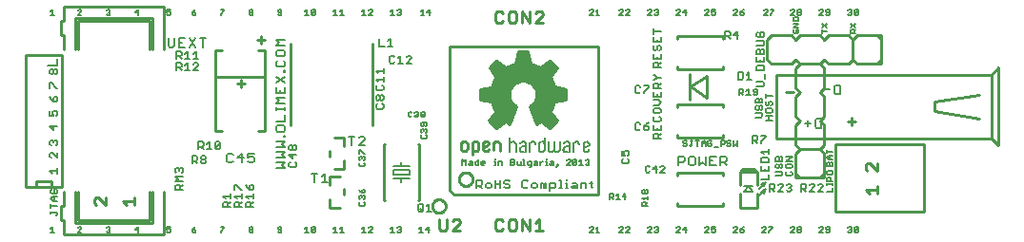
<source format=gbr>
G75*
G70*
%OFA0B0*%
%FSLAX24Y24*%
%IPPOS*%
%LPD*%
%AMOC8*
5,1,8,0,0,1.08239X$1,22.5*
%
%ADD10C,0.0050*%
%ADD11C,0.0100*%
%ADD12C,0.0060*%
%ADD13C,0.0080*%
%ADD14C,0.0070*%
D10*
X007083Y009297D02*
X007210Y009297D01*
X007146Y009297D02*
X007146Y009487D01*
X007083Y009424D01*
X008033Y009455D02*
X008065Y009487D01*
X008128Y009487D01*
X008160Y009455D01*
X008160Y009424D01*
X008033Y009297D01*
X008160Y009297D01*
X009033Y009329D02*
X009065Y009297D01*
X009128Y009297D01*
X009160Y009329D01*
X009160Y009360D01*
X009128Y009392D01*
X009096Y009392D01*
X009128Y009392D02*
X009160Y009424D01*
X009160Y009455D01*
X009128Y009487D01*
X009065Y009487D01*
X009033Y009455D01*
X010033Y009392D02*
X010160Y009392D01*
X010128Y009297D02*
X010128Y009487D01*
X010033Y009392D01*
X011143Y009392D02*
X011206Y009424D01*
X011238Y009424D01*
X011270Y009392D01*
X011270Y009329D01*
X011238Y009297D01*
X011175Y009297D01*
X011143Y009329D01*
X011143Y009392D02*
X011143Y009487D01*
X011270Y009487D01*
X012033Y009392D02*
X012033Y009329D01*
X012065Y009297D01*
X012128Y009297D01*
X012160Y009329D01*
X012160Y009360D01*
X012128Y009392D01*
X012033Y009392D01*
X012096Y009455D01*
X012160Y009487D01*
X013033Y009487D02*
X013160Y009487D01*
X013160Y009455D01*
X013033Y009329D01*
X013033Y009297D01*
X014033Y009329D02*
X014033Y009360D01*
X014065Y009392D01*
X014128Y009392D01*
X014160Y009360D01*
X014160Y009329D01*
X014128Y009297D01*
X014065Y009297D01*
X014033Y009329D01*
X014065Y009392D02*
X014033Y009424D01*
X014033Y009455D01*
X014065Y009487D01*
X014128Y009487D01*
X014160Y009455D01*
X014160Y009424D01*
X014128Y009392D01*
X015033Y009424D02*
X015065Y009392D01*
X015160Y009392D01*
X015160Y009455D02*
X015128Y009487D01*
X015065Y009487D01*
X015033Y009455D01*
X015033Y009424D01*
X015033Y009329D02*
X015065Y009297D01*
X015128Y009297D01*
X015160Y009329D01*
X015160Y009455D01*
X015983Y009424D02*
X016046Y009487D01*
X016046Y009297D01*
X015983Y009297D02*
X016110Y009297D01*
X016204Y009329D02*
X016331Y009455D01*
X016331Y009329D01*
X016299Y009297D01*
X016236Y009297D01*
X016204Y009329D01*
X016204Y009455D01*
X016236Y009487D01*
X016299Y009487D01*
X016331Y009455D01*
X016983Y009424D02*
X017046Y009487D01*
X017046Y009297D01*
X016983Y009297D02*
X017110Y009297D01*
X017204Y009297D02*
X017331Y009297D01*
X017267Y009297D02*
X017267Y009487D01*
X017204Y009424D01*
X017983Y009424D02*
X018046Y009487D01*
X018046Y009297D01*
X017983Y009297D02*
X018110Y009297D01*
X018204Y009297D02*
X018331Y009424D01*
X018331Y009455D01*
X018299Y009487D01*
X018236Y009487D01*
X018204Y009455D01*
X018204Y009297D02*
X018331Y009297D01*
X018983Y009297D02*
X019110Y009297D01*
X019046Y009297D02*
X019046Y009487D01*
X018983Y009424D01*
X019204Y009455D02*
X019236Y009487D01*
X019299Y009487D01*
X019331Y009455D01*
X019331Y009424D01*
X019299Y009392D01*
X019331Y009360D01*
X019331Y009329D01*
X019299Y009297D01*
X019236Y009297D01*
X019204Y009329D01*
X019267Y009392D02*
X019299Y009392D01*
X019983Y009424D02*
X020046Y009487D01*
X020046Y009297D01*
X019983Y009297D02*
X020110Y009297D01*
X020204Y009392D02*
X020331Y009392D01*
X020299Y009297D02*
X020299Y009487D01*
X020204Y009392D01*
X018083Y010259D02*
X018083Y010322D01*
X018051Y010354D01*
X018051Y010448D02*
X018083Y010480D01*
X018083Y010543D01*
X018051Y010575D01*
X018020Y010575D01*
X017988Y010543D01*
X017988Y010511D01*
X017988Y010543D02*
X017956Y010575D01*
X017925Y010575D01*
X017893Y010543D01*
X017893Y010480D01*
X017925Y010448D01*
X017925Y010354D02*
X017893Y010322D01*
X017893Y010259D01*
X017925Y010227D01*
X018051Y010227D01*
X018083Y010259D01*
X018051Y010669D02*
X018083Y010701D01*
X018083Y010764D01*
X018051Y010796D01*
X018020Y010796D01*
X017988Y010764D01*
X017988Y010669D01*
X018051Y010669D01*
X017988Y010669D02*
X017925Y010732D01*
X017893Y010796D01*
X017925Y011602D02*
X018051Y011602D01*
X018083Y011634D01*
X018083Y011697D01*
X018051Y011729D01*
X018051Y011823D02*
X018083Y011855D01*
X018083Y011918D01*
X018051Y011950D01*
X018020Y011950D01*
X017988Y011918D01*
X017988Y011886D01*
X017988Y011918D02*
X017956Y011950D01*
X017925Y011950D01*
X017893Y011918D01*
X017893Y011855D01*
X017925Y011823D01*
X017925Y011729D02*
X017893Y011697D01*
X017893Y011634D01*
X017925Y011602D01*
X017893Y012044D02*
X017893Y012171D01*
X017925Y012171D01*
X018051Y012044D01*
X018083Y012044D01*
X020043Y012609D02*
X020075Y012577D01*
X020201Y012577D01*
X020233Y012609D01*
X020233Y012672D01*
X020201Y012704D01*
X020201Y012798D02*
X020233Y012830D01*
X020233Y012893D01*
X020201Y012925D01*
X020170Y012925D01*
X020138Y012893D01*
X020138Y012861D01*
X020138Y012893D02*
X020106Y012925D01*
X020075Y012925D01*
X020043Y012893D01*
X020043Y012830D01*
X020075Y012798D01*
X020075Y012704D02*
X020043Y012672D01*
X020043Y012609D01*
X020075Y013019D02*
X020106Y013019D01*
X020138Y013051D01*
X020138Y013146D01*
X020075Y013146D02*
X020043Y013114D01*
X020043Y013051D01*
X020075Y013019D01*
X020201Y013019D02*
X020233Y013051D01*
X020233Y013114D01*
X020201Y013146D01*
X020075Y013146D01*
X020069Y013336D02*
X020038Y013367D01*
X020038Y013399D01*
X020069Y013431D01*
X020133Y013431D01*
X020164Y013399D01*
X020164Y013367D01*
X020133Y013336D01*
X020069Y013336D01*
X020069Y013431D02*
X020038Y013463D01*
X020038Y013494D01*
X020069Y013526D01*
X020133Y013526D01*
X020164Y013494D01*
X020164Y013463D01*
X020133Y013431D01*
X019943Y013463D02*
X019912Y013431D01*
X019943Y013399D01*
X019943Y013367D01*
X019912Y013336D01*
X019848Y013336D01*
X019817Y013367D01*
X019880Y013431D02*
X019912Y013431D01*
X019943Y013463D02*
X019943Y013494D01*
X019912Y013526D01*
X019848Y013526D01*
X019817Y013494D01*
X019722Y013494D02*
X019691Y013526D01*
X019627Y013526D01*
X019596Y013494D01*
X019596Y013367D01*
X019627Y013336D01*
X019691Y013336D01*
X019722Y013367D01*
X021490Y011852D02*
X021554Y011788D01*
X021617Y011852D01*
X021617Y011662D01*
X021711Y011693D02*
X021743Y011662D01*
X021838Y011662D01*
X021838Y011757D01*
X021806Y011788D01*
X021743Y011788D01*
X021743Y011725D02*
X021838Y011725D01*
X021743Y011725D02*
X021711Y011693D01*
X021932Y011693D02*
X021932Y011757D01*
X021964Y011788D01*
X022059Y011788D01*
X022059Y011852D02*
X022059Y011662D01*
X021964Y011662D01*
X021932Y011693D01*
X022153Y011693D02*
X022185Y011662D01*
X022248Y011662D01*
X022280Y011725D02*
X022153Y011725D01*
X022153Y011757D02*
X022185Y011788D01*
X022248Y011788D01*
X022280Y011757D01*
X022280Y011725D01*
X022153Y011693D02*
X022153Y011757D01*
X022595Y011788D02*
X022627Y011788D01*
X022627Y011662D01*
X022595Y011662D02*
X022659Y011662D01*
X022742Y011662D02*
X022742Y011788D01*
X022838Y011788D01*
X022869Y011757D01*
X022869Y011662D01*
X022627Y011852D02*
X022627Y011883D01*
X023184Y011852D02*
X023184Y011662D01*
X023279Y011662D01*
X023311Y011693D01*
X023311Y011725D01*
X023279Y011757D01*
X023184Y011757D01*
X023184Y011852D02*
X023279Y011852D01*
X023311Y011820D01*
X023311Y011788D01*
X023279Y011757D01*
X023405Y011788D02*
X023405Y011693D01*
X023437Y011662D01*
X023532Y011662D01*
X023532Y011788D01*
X023626Y011852D02*
X023658Y011852D01*
X023658Y011662D01*
X023626Y011662D02*
X023690Y011662D01*
X023774Y011693D02*
X023805Y011662D01*
X023900Y011662D01*
X023900Y011630D02*
X023900Y011788D01*
X023805Y011788D01*
X023774Y011757D01*
X023774Y011693D01*
X023837Y011598D02*
X023869Y011598D01*
X023900Y011630D01*
X023995Y011693D02*
X024026Y011662D01*
X024121Y011662D01*
X024121Y011757D01*
X024090Y011788D01*
X024026Y011788D01*
X024026Y011725D02*
X024121Y011725D01*
X024026Y011725D02*
X023995Y011693D01*
X024216Y011662D02*
X024216Y011788D01*
X024279Y011788D02*
X024311Y011788D01*
X024279Y011788D02*
X024216Y011725D01*
X024400Y011788D02*
X024431Y011788D01*
X024431Y011662D01*
X024400Y011662D02*
X024463Y011662D01*
X024547Y011693D02*
X024579Y011725D01*
X024674Y011725D01*
X024674Y011757D02*
X024674Y011662D01*
X024579Y011662D01*
X024547Y011693D01*
X024579Y011788D02*
X024642Y011788D01*
X024674Y011757D01*
X024800Y011693D02*
X024800Y011662D01*
X024831Y011662D01*
X024831Y011693D01*
X024800Y011693D01*
X024831Y011662D02*
X024768Y011598D01*
X025136Y011662D02*
X025263Y011788D01*
X025263Y011820D01*
X025231Y011852D01*
X025168Y011852D01*
X025136Y011820D01*
X025136Y011662D02*
X025263Y011662D01*
X025357Y011693D02*
X025484Y011820D01*
X025484Y011693D01*
X025452Y011662D01*
X025389Y011662D01*
X025357Y011693D01*
X025357Y011820D01*
X025389Y011852D01*
X025452Y011852D01*
X025484Y011820D01*
X025578Y011788D02*
X025642Y011852D01*
X025642Y011662D01*
X025705Y011662D02*
X025578Y011662D01*
X025799Y011693D02*
X025831Y011662D01*
X025894Y011662D01*
X025926Y011693D01*
X025926Y011725D01*
X025894Y011757D01*
X025863Y011757D01*
X025894Y011757D02*
X025926Y011788D01*
X025926Y011820D01*
X025894Y011852D01*
X025831Y011852D01*
X025799Y011820D01*
X025818Y012122D02*
X025833Y012122D01*
X025913Y012162D02*
X025921Y012176D01*
X025926Y012191D01*
X025928Y012207D01*
X025913Y012162D02*
X025901Y012148D01*
X025886Y012137D01*
X025869Y012129D01*
X025851Y012124D01*
X025833Y012122D01*
X025818Y012122D02*
X025802Y012123D01*
X025786Y012128D01*
X025772Y012135D01*
X025759Y012145D01*
X025748Y012157D01*
X025739Y012171D01*
X025728Y012216D02*
X025728Y012252D01*
X025928Y012342D01*
X025928Y012388D01*
X025736Y012409D02*
X025730Y012381D01*
X025728Y012353D01*
X025728Y012252D01*
X025728Y012216D02*
X025729Y012201D01*
X025733Y012186D01*
X025739Y012171D01*
X025749Y012433D02*
X025763Y012448D01*
X025781Y012460D01*
X025800Y012468D01*
X025820Y012472D01*
X025830Y012472D02*
X025847Y012472D01*
X025861Y012471D01*
X025874Y012467D01*
X025887Y012461D01*
X025898Y012453D01*
X025918Y012422D02*
X025924Y012412D01*
X025927Y012400D01*
X025928Y012388D01*
X025925Y012405D02*
X025919Y012422D01*
X025910Y012438D01*
X025899Y012452D01*
X025749Y012433D02*
X025736Y012409D01*
X025575Y012395D02*
X025578Y012372D01*
X025386Y012409D02*
X025380Y012381D01*
X025378Y012353D01*
X025378Y012122D01*
X025248Y012122D02*
X025248Y012352D01*
X025088Y012282D01*
X025248Y012367D02*
X025245Y012386D01*
X025240Y012405D01*
X025232Y012423D01*
X025221Y012439D01*
X025207Y012453D01*
X025157Y012472D02*
X025130Y012472D01*
X025157Y012472D02*
X025171Y012471D01*
X025184Y012467D01*
X025197Y012461D01*
X025208Y012453D01*
X025248Y012367D02*
X025248Y012352D01*
X025130Y012472D02*
X025110Y012468D01*
X025091Y012460D01*
X025073Y012448D01*
X025059Y012433D01*
X025038Y012402D01*
X024898Y012472D02*
X024898Y012197D01*
X024896Y012181D01*
X024891Y012166D01*
X024883Y012152D01*
X024803Y012112D02*
X024788Y012112D01*
X024772Y012113D01*
X024756Y012118D01*
X024742Y012125D01*
X024729Y012135D01*
X024718Y012147D01*
X024709Y012161D01*
X024698Y012206D02*
X024698Y012207D01*
X024698Y012343D01*
X024698Y012472D02*
X024698Y012207D01*
X024696Y012191D01*
X024691Y012176D01*
X024683Y012162D01*
X024603Y012122D02*
X024588Y012122D01*
X024572Y012123D01*
X024556Y012128D01*
X024542Y012135D01*
X024529Y012145D01*
X024518Y012157D01*
X024509Y012171D01*
X024498Y012216D02*
X024498Y012473D01*
X024176Y012409D02*
X024170Y012381D01*
X024168Y012353D01*
X024168Y012216D01*
X024179Y012171D02*
X024188Y012157D01*
X024199Y012145D01*
X024212Y012135D01*
X024226Y012128D01*
X024242Y012123D01*
X024258Y012122D01*
X024273Y012122D01*
X024353Y012162D02*
X024361Y012176D01*
X024366Y012191D01*
X024368Y012207D01*
X024368Y012622D01*
X024287Y012472D02*
X024270Y012472D01*
X024287Y012472D02*
X024301Y012471D01*
X024314Y012467D01*
X024327Y012461D01*
X024338Y012453D01*
X024339Y012452D02*
X024350Y012438D01*
X024359Y012422D01*
X024365Y012405D01*
X024260Y012472D02*
X024240Y012468D01*
X024221Y012460D01*
X024203Y012448D01*
X024189Y012433D01*
X024176Y012409D01*
X024045Y012395D02*
X024048Y012372D01*
X023856Y012409D02*
X023850Y012381D01*
X023848Y012353D01*
X023848Y012122D01*
X023718Y012122D02*
X023718Y012352D01*
X023558Y012282D01*
X023718Y012367D02*
X023715Y012386D01*
X023710Y012405D01*
X023702Y012423D01*
X023691Y012439D01*
X023677Y012453D01*
X023627Y012472D02*
X023600Y012472D01*
X023627Y012472D02*
X023641Y012471D01*
X023654Y012467D01*
X023667Y012461D01*
X023678Y012453D01*
X023718Y012367D02*
X023718Y012352D01*
X023600Y012472D02*
X023580Y012468D01*
X023561Y012460D01*
X023543Y012448D01*
X023529Y012433D01*
X023508Y012402D01*
X023368Y012367D02*
X023368Y012122D01*
X023498Y012172D02*
X023502Y012159D01*
X023508Y012147D01*
X023517Y012137D01*
X023528Y012129D01*
X023541Y012123D01*
X023554Y012121D01*
X023568Y012122D01*
X023638Y012132D01*
X023498Y012172D02*
X023494Y012189D01*
X023495Y012206D01*
X023498Y012224D01*
X023505Y012240D01*
X023515Y012254D01*
X023527Y012266D01*
X023542Y012276D01*
X023558Y012282D01*
X023328Y012453D02*
X023317Y012461D01*
X023304Y012467D01*
X023291Y012471D01*
X023277Y012472D01*
X023250Y012472D01*
X023179Y012433D02*
X023158Y012402D01*
X023158Y012622D01*
X023158Y012402D02*
X023158Y012122D01*
X023368Y012367D02*
X023365Y012386D01*
X023360Y012405D01*
X023352Y012423D01*
X023341Y012439D01*
X023327Y012453D01*
X023250Y012472D02*
X023230Y012468D01*
X023211Y012460D01*
X023193Y012448D01*
X023179Y012433D01*
X023856Y012409D02*
X023869Y012433D01*
X023940Y012472D02*
X023957Y012472D01*
X024008Y012452D02*
X024019Y012441D01*
X024008Y012453D02*
X023997Y012461D01*
X023984Y012467D01*
X023971Y012471D01*
X023957Y012472D01*
X024019Y012442D02*
X024030Y012428D01*
X024039Y012412D01*
X024045Y012395D01*
X023940Y012472D02*
X023920Y012468D01*
X023901Y012460D01*
X023883Y012448D01*
X023869Y012433D01*
X024168Y012216D02*
X024169Y012201D01*
X024173Y012186D01*
X024179Y012171D01*
X024273Y012122D02*
X024291Y012124D01*
X024309Y012129D01*
X024326Y012137D01*
X024341Y012148D01*
X024353Y012162D01*
X024498Y012216D02*
X024499Y012201D01*
X024503Y012186D01*
X024509Y012171D01*
X024603Y012122D02*
X024621Y012124D01*
X024639Y012129D01*
X024656Y012137D01*
X024671Y012148D01*
X024683Y012162D01*
X024709Y012161D02*
X024703Y012176D01*
X024699Y012191D01*
X024698Y012206D01*
X024803Y012112D02*
X024821Y012114D01*
X024839Y012119D01*
X024856Y012127D01*
X024871Y012138D01*
X024883Y012152D01*
X025028Y012172D02*
X025032Y012159D01*
X025038Y012147D01*
X025047Y012137D01*
X025058Y012129D01*
X025071Y012123D01*
X025084Y012121D01*
X025098Y012122D01*
X025168Y012132D01*
X025028Y012172D02*
X025024Y012189D01*
X025025Y012206D01*
X025028Y012224D01*
X025035Y012240D01*
X025045Y012254D01*
X025057Y012266D01*
X025072Y012276D01*
X025088Y012282D01*
X025386Y012409D02*
X025399Y012433D01*
X025470Y012472D02*
X025487Y012472D01*
X025538Y012452D02*
X025549Y012441D01*
X025538Y012453D02*
X025527Y012461D01*
X025514Y012467D01*
X025501Y012471D01*
X025487Y012472D01*
X025549Y012442D02*
X025560Y012428D01*
X025569Y012412D01*
X025575Y012395D01*
X025470Y012472D02*
X025450Y012468D01*
X025431Y012460D01*
X025413Y012448D01*
X025399Y012433D01*
X024431Y011883D02*
X024431Y011852D01*
X026655Y010649D02*
X026655Y010459D01*
X026655Y010523D02*
X026750Y010523D01*
X026782Y010554D01*
X026782Y010618D01*
X026750Y010649D01*
X026655Y010649D01*
X026718Y010523D02*
X026782Y010459D01*
X026876Y010459D02*
X027003Y010459D01*
X026939Y010459D02*
X026939Y010649D01*
X026876Y010586D01*
X027097Y010554D02*
X027224Y010554D01*
X027192Y010459D02*
X027192Y010649D01*
X027097Y010554D01*
X027786Y010496D02*
X027976Y010496D01*
X027976Y010433D02*
X027976Y010560D01*
X027945Y010654D02*
X027913Y010654D01*
X027881Y010686D01*
X027881Y010749D01*
X027913Y010781D01*
X027945Y010781D01*
X027976Y010749D01*
X027976Y010686D01*
X027945Y010654D01*
X027881Y010686D02*
X027850Y010654D01*
X027818Y010654D01*
X027786Y010686D01*
X027786Y010749D01*
X027818Y010781D01*
X027850Y010781D01*
X027881Y010749D01*
X027786Y010496D02*
X027850Y010433D01*
X027881Y010339D02*
X027913Y010307D01*
X027913Y010212D01*
X027976Y010212D02*
X027786Y010212D01*
X027786Y010307D01*
X027818Y010339D01*
X027881Y010339D01*
X027913Y010275D02*
X027976Y010339D01*
X028023Y009477D02*
X027991Y009445D01*
X028023Y009477D02*
X028086Y009477D01*
X028118Y009445D01*
X028118Y009414D01*
X027991Y009287D01*
X028118Y009287D01*
X028212Y009319D02*
X028244Y009287D01*
X028307Y009287D01*
X028339Y009319D01*
X028339Y009350D01*
X028307Y009382D01*
X028276Y009382D01*
X028307Y009382D02*
X028339Y009414D01*
X028339Y009445D01*
X028307Y009477D01*
X028244Y009477D01*
X028212Y009445D01*
X028991Y009445D02*
X029023Y009477D01*
X029086Y009477D01*
X029118Y009445D01*
X029118Y009414D01*
X028991Y009287D01*
X029118Y009287D01*
X029212Y009382D02*
X029339Y009382D01*
X029307Y009477D02*
X029212Y009382D01*
X029307Y009287D02*
X029307Y009477D01*
X029991Y009445D02*
X030023Y009477D01*
X030086Y009477D01*
X030118Y009445D01*
X030118Y009414D01*
X029991Y009287D01*
X030118Y009287D01*
X030212Y009319D02*
X030244Y009287D01*
X030307Y009287D01*
X030339Y009319D01*
X030339Y009382D01*
X030307Y009414D01*
X030276Y009414D01*
X030212Y009382D01*
X030212Y009477D01*
X030339Y009477D01*
X030991Y009445D02*
X031023Y009477D01*
X031086Y009477D01*
X031118Y009445D01*
X031118Y009414D01*
X030991Y009287D01*
X031118Y009287D01*
X031212Y009319D02*
X031244Y009287D01*
X031307Y009287D01*
X031339Y009319D01*
X031339Y009350D01*
X031307Y009382D01*
X031212Y009382D01*
X031212Y009319D01*
X031212Y009382D02*
X031276Y009445D01*
X031339Y009477D01*
X031991Y009445D02*
X032023Y009477D01*
X032086Y009477D01*
X032118Y009445D01*
X032118Y009414D01*
X031991Y009287D01*
X032118Y009287D01*
X032212Y009287D02*
X032212Y009319D01*
X032339Y009445D01*
X032339Y009477D01*
X032212Y009477D01*
X032991Y009445D02*
X033023Y009477D01*
X033086Y009477D01*
X033118Y009445D01*
X033118Y009414D01*
X032991Y009287D01*
X033118Y009287D01*
X033212Y009319D02*
X033212Y009350D01*
X033244Y009382D01*
X033307Y009382D01*
X033339Y009350D01*
X033339Y009319D01*
X033307Y009287D01*
X033244Y009287D01*
X033212Y009319D01*
X033244Y009382D02*
X033212Y009414D01*
X033212Y009445D01*
X033244Y009477D01*
X033307Y009477D01*
X033339Y009445D01*
X033339Y009414D01*
X033307Y009382D01*
X033991Y009445D02*
X034023Y009477D01*
X034086Y009477D01*
X034118Y009445D01*
X034118Y009414D01*
X033991Y009287D01*
X034118Y009287D01*
X034212Y009319D02*
X034244Y009287D01*
X034307Y009287D01*
X034339Y009319D01*
X034339Y009445D01*
X034307Y009477D01*
X034244Y009477D01*
X034212Y009445D01*
X034212Y009414D01*
X034244Y009382D01*
X034339Y009382D01*
X034991Y009445D02*
X035023Y009477D01*
X035086Y009477D01*
X035118Y009445D01*
X035118Y009414D01*
X035086Y009382D01*
X035118Y009350D01*
X035118Y009319D01*
X035086Y009287D01*
X035023Y009287D01*
X034991Y009319D01*
X035055Y009382D02*
X035086Y009382D01*
X035212Y009319D02*
X035212Y009445D01*
X035244Y009477D01*
X035307Y009477D01*
X035339Y009445D01*
X035212Y009319D01*
X035244Y009287D01*
X035307Y009287D01*
X035339Y009319D01*
X035339Y009445D01*
X034433Y010727D02*
X034243Y010727D01*
X034433Y010727D02*
X034433Y010854D01*
X034433Y010948D02*
X034433Y011011D01*
X034433Y010980D02*
X034243Y010980D01*
X034243Y011011D02*
X034243Y010948D01*
X034243Y011095D02*
X034243Y011190D01*
X034275Y011222D01*
X034338Y011222D01*
X034370Y011190D01*
X034370Y011095D01*
X034433Y011095D02*
X034243Y011095D01*
X034275Y011316D02*
X034243Y011348D01*
X034243Y011411D01*
X034275Y011443D01*
X034401Y011443D01*
X034433Y011411D01*
X034433Y011348D01*
X034401Y011316D01*
X034275Y011316D01*
X034243Y011627D02*
X034243Y011722D01*
X034275Y011754D01*
X034306Y011754D01*
X034338Y011722D01*
X034338Y011627D01*
X034338Y011722D02*
X034370Y011754D01*
X034401Y011754D01*
X034433Y011722D01*
X034433Y011627D01*
X034243Y011627D01*
X034306Y011848D02*
X034243Y011911D01*
X034306Y011975D01*
X034433Y011975D01*
X034338Y011975D02*
X034338Y011848D01*
X034306Y011848D02*
X034433Y011848D01*
X034433Y012132D02*
X034243Y012132D01*
X034243Y012069D02*
X034243Y012196D01*
X031103Y012327D02*
X031103Y012517D01*
X030976Y012517D02*
X030976Y012327D01*
X031039Y012390D01*
X031103Y012327D01*
X030882Y012359D02*
X030882Y012390D01*
X030850Y012422D01*
X030787Y012422D01*
X030755Y012454D01*
X030755Y012485D01*
X030787Y012517D01*
X030850Y012517D01*
X030882Y012485D01*
X030882Y012359D02*
X030850Y012327D01*
X030787Y012327D01*
X030755Y012359D01*
X030661Y012422D02*
X030629Y012390D01*
X030534Y012390D01*
X030534Y012327D02*
X030534Y012517D01*
X030629Y012517D01*
X030661Y012485D01*
X030661Y012422D01*
X030440Y012295D02*
X030313Y012295D01*
X030219Y012359D02*
X030219Y012422D01*
X030155Y012422D01*
X030092Y012485D02*
X030092Y012359D01*
X030124Y012327D01*
X030187Y012327D01*
X030219Y012359D01*
X030219Y012485D02*
X030187Y012517D01*
X030124Y012517D01*
X030092Y012485D01*
X029998Y012454D02*
X029998Y012327D01*
X029998Y012422D02*
X029871Y012422D01*
X029871Y012454D02*
X029934Y012517D01*
X029998Y012454D01*
X029871Y012454D02*
X029871Y012327D01*
X029713Y012327D02*
X029713Y012517D01*
X029650Y012517D02*
X029777Y012517D01*
X029556Y012517D02*
X029492Y012517D01*
X029524Y012517D02*
X029524Y012359D01*
X029492Y012327D01*
X029461Y012327D01*
X029429Y012359D01*
X029335Y012359D02*
X029303Y012327D01*
X029240Y012327D01*
X029208Y012359D01*
X029240Y012422D02*
X029303Y012422D01*
X029335Y012390D01*
X029335Y012359D01*
X029240Y012422D02*
X029208Y012454D01*
X029208Y012485D01*
X029240Y012517D01*
X029303Y012517D01*
X029335Y012485D01*
X027307Y009477D02*
X027244Y009477D01*
X027212Y009445D01*
X027118Y009445D02*
X027086Y009477D01*
X027023Y009477D01*
X026991Y009445D01*
X027118Y009445D02*
X027118Y009414D01*
X026991Y009287D01*
X027118Y009287D01*
X027212Y009287D02*
X027339Y009414D01*
X027339Y009445D01*
X027307Y009477D01*
X027339Y009287D02*
X027212Y009287D01*
X026289Y009287D02*
X026162Y009287D01*
X026226Y009287D02*
X026226Y009477D01*
X026162Y009414D01*
X026068Y009414D02*
X026068Y009445D01*
X026036Y009477D01*
X025973Y009477D01*
X025941Y009445D01*
X026068Y009414D02*
X025941Y009287D01*
X026068Y009287D01*
X021490Y011662D02*
X021490Y011852D01*
X020349Y016927D02*
X020349Y017117D01*
X020254Y017022D01*
X020381Y017022D01*
X020160Y016927D02*
X020033Y016927D01*
X020096Y016927D02*
X020096Y017117D01*
X020033Y017054D01*
X019331Y017054D02*
X019299Y017022D01*
X019331Y016990D01*
X019331Y016959D01*
X019299Y016927D01*
X019236Y016927D01*
X019204Y016959D01*
X019267Y017022D02*
X019299Y017022D01*
X019331Y017054D02*
X019331Y017085D01*
X019299Y017117D01*
X019236Y017117D01*
X019204Y017085D01*
X019046Y017117D02*
X019046Y016927D01*
X018983Y016927D02*
X019110Y016927D01*
X018983Y017054D02*
X019046Y017117D01*
X018331Y017085D02*
X018331Y017054D01*
X018204Y016927D01*
X018331Y016927D01*
X018331Y017085D02*
X018299Y017117D01*
X018236Y017117D01*
X018204Y017085D01*
X018046Y017117D02*
X018046Y016927D01*
X017983Y016927D02*
X018110Y016927D01*
X017983Y017054D02*
X018046Y017117D01*
X017331Y016927D02*
X017204Y016927D01*
X017267Y016927D02*
X017267Y017117D01*
X017204Y017054D01*
X017110Y016927D02*
X016983Y016927D01*
X017046Y016927D02*
X017046Y017117D01*
X016983Y017054D01*
X016331Y017085D02*
X016204Y016959D01*
X016236Y016927D01*
X016299Y016927D01*
X016331Y016959D01*
X016331Y017085D01*
X016299Y017117D01*
X016236Y017117D01*
X016204Y017085D01*
X016204Y016959D01*
X016110Y016927D02*
X015983Y016927D01*
X016046Y016927D02*
X016046Y017117D01*
X015983Y017054D01*
X015160Y017022D02*
X015065Y017022D01*
X015033Y017054D01*
X015033Y017085D01*
X015065Y017117D01*
X015128Y017117D01*
X015160Y017085D01*
X015160Y016959D01*
X015128Y016927D01*
X015065Y016927D01*
X015033Y016959D01*
X014160Y016959D02*
X014128Y016927D01*
X014065Y016927D01*
X014033Y016959D01*
X014033Y016990D01*
X014065Y017022D01*
X014128Y017022D01*
X014160Y016990D01*
X014160Y016959D01*
X014128Y017022D02*
X014160Y017054D01*
X014160Y017085D01*
X014128Y017117D01*
X014065Y017117D01*
X014033Y017085D01*
X014033Y017054D01*
X014065Y017022D01*
X013160Y017085D02*
X013033Y016959D01*
X013033Y016927D01*
X013033Y017117D02*
X013160Y017117D01*
X013160Y017085D01*
X012160Y017117D02*
X012096Y017085D01*
X012033Y017022D01*
X012128Y017022D01*
X012160Y016990D01*
X012160Y016959D01*
X012128Y016927D01*
X012065Y016927D01*
X012033Y016959D01*
X012033Y017022D01*
X011270Y017022D02*
X011270Y016959D01*
X011238Y016927D01*
X011175Y016927D01*
X011143Y016959D01*
X011143Y017022D02*
X011206Y017054D01*
X011238Y017054D01*
X011270Y017022D01*
X011270Y017117D02*
X011143Y017117D01*
X011143Y017022D01*
X010160Y017022D02*
X010033Y017022D01*
X010128Y017117D01*
X010128Y016927D01*
X009160Y016959D02*
X009128Y016927D01*
X009065Y016927D01*
X009033Y016959D01*
X009096Y017022D02*
X009128Y017022D01*
X009160Y016990D01*
X009160Y016959D01*
X009128Y017022D02*
X009160Y017054D01*
X009160Y017085D01*
X009128Y017117D01*
X009065Y017117D01*
X009033Y017085D01*
X008160Y017054D02*
X008160Y017085D01*
X008128Y017117D01*
X008065Y017117D01*
X008033Y017085D01*
X008160Y017054D02*
X008033Y016927D01*
X008160Y016927D01*
X007210Y016927D02*
X007083Y016927D01*
X007146Y016927D02*
X007146Y017117D01*
X007083Y017054D01*
X025941Y017075D02*
X025973Y017107D01*
X026036Y017107D01*
X026068Y017075D01*
X026068Y017044D01*
X025941Y016917D01*
X026068Y016917D01*
X026162Y016917D02*
X026289Y016917D01*
X026226Y016917D02*
X026226Y017107D01*
X026162Y017044D01*
X026991Y017075D02*
X027023Y017107D01*
X027086Y017107D01*
X027118Y017075D01*
X027118Y017044D01*
X026991Y016917D01*
X027118Y016917D01*
X027212Y016917D02*
X027339Y017044D01*
X027339Y017075D01*
X027307Y017107D01*
X027244Y017107D01*
X027212Y017075D01*
X027212Y016917D02*
X027339Y016917D01*
X027991Y016917D02*
X028118Y017044D01*
X028118Y017075D01*
X028086Y017107D01*
X028023Y017107D01*
X027991Y017075D01*
X027991Y016917D02*
X028118Y016917D01*
X028212Y016949D02*
X028244Y016917D01*
X028307Y016917D01*
X028339Y016949D01*
X028339Y016980D01*
X028307Y017012D01*
X028276Y017012D01*
X028307Y017012D02*
X028339Y017044D01*
X028339Y017075D01*
X028307Y017107D01*
X028244Y017107D01*
X028212Y017075D01*
X028991Y017075D02*
X029023Y017107D01*
X029086Y017107D01*
X029118Y017075D01*
X029118Y017044D01*
X028991Y016917D01*
X029118Y016917D01*
X029212Y017012D02*
X029307Y017107D01*
X029307Y016917D01*
X029339Y017012D02*
X029212Y017012D01*
X029991Y017075D02*
X030023Y017107D01*
X030086Y017107D01*
X030118Y017075D01*
X030118Y017044D01*
X029991Y016917D01*
X030118Y016917D01*
X030212Y016949D02*
X030244Y016917D01*
X030307Y016917D01*
X030339Y016949D01*
X030339Y017012D01*
X030307Y017044D01*
X030276Y017044D01*
X030212Y017012D01*
X030212Y017107D01*
X030339Y017107D01*
X030991Y017075D02*
X031023Y017107D01*
X031086Y017107D01*
X031118Y017075D01*
X031118Y017044D01*
X030991Y016917D01*
X031118Y016917D01*
X031212Y016949D02*
X031244Y016917D01*
X031307Y016917D01*
X031339Y016949D01*
X031339Y016980D01*
X031307Y017012D01*
X031212Y017012D01*
X031212Y016949D01*
X031212Y017012D02*
X031276Y017075D01*
X031339Y017107D01*
X032041Y017075D02*
X032073Y017107D01*
X032136Y017107D01*
X032168Y017075D01*
X032168Y017044D01*
X032041Y016917D01*
X032168Y016917D01*
X032262Y016917D02*
X032262Y016949D01*
X032389Y017075D01*
X032389Y017107D01*
X032262Y017107D01*
X032991Y017075D02*
X033023Y017107D01*
X033086Y017107D01*
X033118Y017075D01*
X033118Y017044D01*
X032991Y016917D01*
X033118Y016917D01*
X033100Y016846D02*
X033068Y016814D01*
X033068Y016719D01*
X033258Y016719D01*
X033258Y016814D01*
X033226Y016846D01*
X033100Y016846D01*
X033212Y016949D02*
X033212Y016980D01*
X033244Y017012D01*
X033307Y017012D01*
X033339Y016980D01*
X033339Y016949D01*
X033307Y016917D01*
X033244Y016917D01*
X033212Y016949D01*
X033244Y017012D02*
X033212Y017044D01*
X033212Y017075D01*
X033244Y017107D01*
X033307Y017107D01*
X033339Y017075D01*
X033339Y017044D01*
X033307Y017012D01*
X033258Y016625D02*
X033068Y016625D01*
X033068Y016498D02*
X033258Y016625D01*
X033258Y016498D02*
X033068Y016498D01*
X033100Y016404D02*
X033068Y016372D01*
X033068Y016309D01*
X033100Y016277D01*
X033226Y016277D01*
X033258Y016309D01*
X033258Y016372D01*
X033226Y016404D01*
X033163Y016404D01*
X033163Y016340D01*
X034068Y016340D02*
X034258Y016340D01*
X034258Y016498D02*
X034068Y016625D01*
X034068Y016498D02*
X034258Y016625D01*
X034068Y016404D02*
X034068Y016277D01*
X035068Y016277D02*
X035068Y016372D01*
X035100Y016404D01*
X035163Y016404D01*
X035195Y016372D01*
X035195Y016277D01*
X035258Y016277D02*
X035068Y016277D01*
X035195Y016340D02*
X035258Y016404D01*
X035258Y016498D02*
X035068Y016625D01*
X035068Y016498D02*
X035258Y016625D01*
X035244Y016917D02*
X035212Y016949D01*
X035339Y017075D01*
X035339Y016949D01*
X035307Y016917D01*
X035244Y016917D01*
X035212Y016949D02*
X035212Y017075D01*
X035244Y017107D01*
X035307Y017107D01*
X035339Y017075D01*
X035118Y017075D02*
X035118Y017044D01*
X035086Y017012D01*
X035118Y016980D01*
X035118Y016949D01*
X035086Y016917D01*
X035023Y016917D01*
X034991Y016949D01*
X035055Y017012D02*
X035086Y017012D01*
X035118Y017075D02*
X035086Y017107D01*
X035023Y017107D01*
X034991Y017075D01*
X034339Y017075D02*
X034339Y016949D01*
X034307Y016917D01*
X034244Y016917D01*
X034212Y016949D01*
X034244Y017012D02*
X034339Y017012D01*
X034339Y017075D02*
X034307Y017107D01*
X034244Y017107D01*
X034212Y017075D01*
X034212Y017044D01*
X034244Y017012D01*
X034118Y017044D02*
X034118Y017075D01*
X034086Y017107D01*
X034023Y017107D01*
X033991Y017075D01*
X034118Y017044D02*
X033991Y016917D01*
X034118Y016917D01*
D11*
X034008Y016202D02*
X033308Y016202D01*
X033158Y016052D01*
X033008Y016202D01*
X032308Y016202D01*
X032158Y016052D01*
X032158Y015352D01*
X032308Y015202D01*
X033008Y015202D01*
X033158Y015352D01*
X033308Y015202D01*
X034008Y015202D01*
X034158Y015052D01*
X034158Y014352D01*
X034008Y014202D01*
X034158Y014052D01*
X034158Y013352D01*
X034008Y013202D01*
X034158Y013052D01*
X034158Y012352D01*
X034008Y012202D01*
X033308Y012202D01*
X033158Y012352D01*
X033158Y013052D01*
X033308Y013202D01*
X033158Y013352D01*
X033158Y014052D01*
X033308Y014202D01*
X033158Y014352D01*
X033158Y015052D01*
X033308Y015202D01*
X034008Y015202D01*
X034158Y015352D01*
X034308Y015202D01*
X035008Y015202D01*
X035158Y015352D01*
X035158Y016052D01*
X035308Y016202D01*
X036008Y016202D01*
X036158Y016202D01*
X036158Y016052D01*
X036008Y016202D01*
X036158Y016052D02*
X036158Y015352D01*
X036158Y015202D01*
X036008Y015202D01*
X035308Y015202D01*
X035158Y015352D01*
X036008Y015202D02*
X036158Y015352D01*
X035158Y016052D02*
X035008Y016202D01*
X034308Y016202D01*
X034158Y016052D01*
X034008Y016202D01*
X032463Y014832D02*
X040022Y014832D01*
X040258Y015068D01*
X040258Y012352D01*
X040022Y012588D01*
X040022Y014832D01*
X039589Y014124D02*
X038014Y013887D01*
X038014Y013533D01*
X039589Y013297D01*
X040022Y012588D02*
X032463Y012588D01*
X032463Y014832D01*
X032796Y014224D02*
X033063Y014224D01*
X034976Y013170D02*
X035243Y013170D01*
X035110Y013303D02*
X035110Y013036D01*
X034528Y012383D02*
X037638Y012383D01*
X037638Y010021D01*
X034528Y010021D01*
X034528Y012383D01*
X034158Y012052D02*
X034008Y012202D01*
X034158Y012052D02*
X034158Y011352D01*
X034158Y011202D01*
X034008Y011202D01*
X034158Y011352D01*
X034008Y011202D02*
X033308Y011202D01*
X033158Y011202D01*
X033158Y011352D01*
X033158Y012052D01*
X033308Y012202D01*
X031808Y011402D02*
X031758Y011452D01*
X031708Y011502D01*
X031308Y011502D01*
X031258Y011452D01*
X031208Y011402D01*
X031808Y011402D01*
X031808Y010952D01*
X031808Y010652D02*
X031808Y010152D01*
X031208Y010152D01*
X031208Y010652D01*
X031208Y010952D02*
X031208Y011402D01*
X031258Y011452D02*
X031758Y011452D01*
X030596Y011392D02*
X029021Y011392D01*
X029021Y011274D01*
X029021Y010329D02*
X029021Y010211D01*
X030596Y010211D01*
X030596Y010329D01*
X030596Y011274D02*
X030596Y011392D01*
X030596Y012611D02*
X029021Y012611D01*
X029021Y012729D01*
X029021Y013674D02*
X029021Y013792D01*
X030596Y013792D01*
X030596Y013674D01*
X030055Y014008D02*
X030055Y014796D01*
X029464Y014402D01*
X030055Y014008D01*
X029458Y013952D02*
X029458Y014852D01*
X029021Y015011D02*
X029021Y015129D01*
X029021Y015011D02*
X030596Y015011D01*
X030596Y015129D01*
X030596Y016074D02*
X030596Y016192D01*
X029021Y016192D01*
X029021Y016074D01*
X026257Y015800D02*
X026257Y010603D01*
X021217Y010603D01*
X021060Y010761D01*
X021060Y015800D01*
X026257Y015800D01*
X024808Y015082D02*
X024568Y014742D01*
X024708Y014402D01*
X025118Y014322D01*
X025118Y013962D01*
X024718Y013892D01*
X024578Y013532D01*
X024808Y013202D01*
X024558Y012952D01*
X024238Y013172D01*
X024088Y013082D01*
X023838Y013712D01*
X023908Y013692D02*
X024108Y013172D01*
X024228Y013232D01*
X024528Y013042D01*
X024558Y013022D01*
X024738Y013222D01*
X024508Y013552D01*
X024678Y013932D01*
X025068Y014012D01*
X025068Y014292D01*
X024648Y014382D01*
X024508Y014772D01*
X024748Y015082D01*
X024568Y015272D01*
X024198Y015012D01*
X023828Y015202D01*
X023738Y015622D01*
X023478Y015612D01*
X023398Y015212D01*
X023068Y015052D01*
X023008Y015012D01*
X022788Y015182D01*
X022678Y015282D01*
X022648Y015272D01*
X022488Y015092D01*
X022718Y014742D01*
X022578Y014362D01*
X022178Y014272D01*
X022178Y014002D01*
X022528Y013922D01*
X022698Y013542D01*
X022488Y013192D01*
X022678Y013032D01*
X022988Y013232D01*
X023098Y013162D01*
X023308Y013702D01*
X023108Y013942D01*
X023058Y014252D01*
X023218Y014532D01*
X023548Y014692D01*
X023858Y014632D01*
X024048Y014472D01*
X024138Y014222D01*
X024138Y014022D01*
X023998Y013752D01*
X023908Y013692D01*
X023929Y013636D02*
X024546Y013636D01*
X024518Y013538D02*
X023967Y013538D01*
X024005Y013439D02*
X024587Y013439D01*
X024655Y013341D02*
X024043Y013341D01*
X024081Y013242D02*
X024724Y013242D01*
X024668Y013144D02*
X024367Y013144D01*
X024523Y013045D02*
X024579Y013045D01*
X024590Y013735D02*
X023973Y013735D01*
X024040Y013833D02*
X024634Y013833D01*
X024678Y013932D02*
X024091Y013932D01*
X024138Y014031D02*
X025068Y014031D01*
X025068Y014129D02*
X024138Y014129D01*
X024136Y014228D02*
X025068Y014228D01*
X024908Y014326D02*
X024101Y014326D01*
X024065Y014425D02*
X024633Y014425D01*
X024597Y014523D02*
X023987Y014523D01*
X023870Y014622D02*
X024562Y014622D01*
X024527Y014720D02*
X022710Y014720D01*
X022658Y014742D02*
X022428Y015082D01*
X022668Y015332D01*
X023018Y015092D01*
X023358Y015232D01*
X023438Y015652D01*
X023788Y015652D01*
X023868Y015232D01*
X024198Y015092D01*
X024558Y015332D01*
X024808Y015082D01*
X024717Y015114D02*
X024344Y015114D01*
X024204Y015016D02*
X024697Y015016D01*
X024621Y014917D02*
X022603Y014917D01*
X022668Y014819D02*
X024544Y014819D01*
X024190Y015016D02*
X023014Y015016D01*
X023003Y015016D02*
X022538Y015016D01*
X022508Y015114D02*
X022875Y015114D01*
X022754Y015213D02*
X022596Y015213D01*
X023197Y015114D02*
X023998Y015114D01*
X023826Y015213D02*
X023398Y015213D01*
X023418Y015312D02*
X023805Y015312D01*
X023784Y015410D02*
X023438Y015410D01*
X023457Y015509D02*
X023762Y015509D01*
X023741Y015607D02*
X023477Y015607D01*
X024484Y015213D02*
X024624Y015213D01*
X023403Y014622D02*
X022674Y014622D01*
X022638Y014523D02*
X023213Y014523D01*
X023157Y014425D02*
X022601Y014425D01*
X022518Y014392D02*
X022658Y014742D01*
X022518Y014392D02*
X022108Y014322D01*
X022108Y013962D01*
X022508Y013892D01*
X022648Y013532D01*
X022418Y013202D01*
X022678Y012952D01*
X022998Y013172D01*
X023138Y013082D01*
X023388Y013712D01*
X023281Y013735D02*
X022612Y013735D01*
X022568Y013833D02*
X023199Y013833D01*
X023116Y013932D02*
X022484Y013932D01*
X022178Y014031D02*
X023094Y014031D01*
X023078Y014129D02*
X022178Y014129D01*
X022178Y014228D02*
X023062Y014228D01*
X023101Y014326D02*
X022419Y014326D01*
X022656Y013636D02*
X023283Y013636D01*
X023244Y013538D02*
X022696Y013538D01*
X022637Y013439D02*
X023206Y013439D01*
X023168Y013341D02*
X022577Y013341D01*
X022518Y013242D02*
X023129Y013242D01*
X022851Y013144D02*
X022545Y013144D01*
X022662Y013045D02*
X022699Y013045D01*
X022670Y012482D02*
X022697Y012482D01*
X022767Y012453D02*
X022769Y012451D01*
X022798Y012380D02*
X022798Y012143D01*
X022568Y012183D02*
X022568Y012380D01*
X022597Y012451D02*
X022599Y012453D01*
X022614Y012465D01*
X022632Y012474D01*
X022650Y012480D01*
X022670Y012482D01*
X022597Y012451D02*
X022585Y012436D01*
X022576Y012418D01*
X022570Y012400D01*
X022568Y012380D01*
X022697Y012482D02*
X022717Y012480D01*
X022735Y012474D01*
X022753Y012465D01*
X022768Y012453D01*
X022769Y012451D02*
X022781Y012436D01*
X022790Y012418D01*
X022796Y012400D01*
X022798Y012380D01*
X022418Y012392D02*
X022207Y012262D01*
X022198Y012243D02*
X022198Y012380D01*
X022227Y012451D02*
X022229Y012453D01*
X022300Y012482D02*
X022327Y012482D01*
X022397Y012453D02*
X022399Y012451D01*
X022399Y012452D02*
X022407Y012441D01*
X022413Y012428D01*
X022417Y012415D01*
X022418Y012401D01*
X022398Y012453D02*
X022383Y012465D01*
X022365Y012474D01*
X022347Y012480D01*
X022327Y012482D01*
X022300Y012482D02*
X022280Y012480D01*
X022262Y012474D01*
X022244Y012465D01*
X022229Y012453D01*
X022227Y012451D02*
X022215Y012436D01*
X022206Y012418D01*
X022200Y012400D01*
X022198Y012380D01*
X022058Y012380D02*
X022058Y012243D01*
X022029Y012173D02*
X022027Y012171D01*
X021957Y012142D02*
X021930Y012142D01*
X021859Y012171D02*
X021857Y012173D01*
X021828Y012243D02*
X021828Y012380D01*
X021828Y012382D02*
X021828Y012002D01*
X021639Y012173D02*
X021637Y012171D01*
X021567Y012142D02*
X021540Y012142D01*
X021469Y012171D02*
X021467Y012173D01*
X021438Y012243D02*
X021438Y012380D01*
X021467Y012451D02*
X021469Y012453D01*
X021540Y012482D02*
X021567Y012482D01*
X021637Y012453D02*
X021639Y012451D01*
X021668Y012380D02*
X021668Y012243D01*
X021666Y012223D01*
X021660Y012205D01*
X021651Y012187D01*
X021639Y012172D01*
X021638Y012171D02*
X021623Y012159D01*
X021605Y012150D01*
X021587Y012144D01*
X021567Y012142D01*
X021540Y012142D02*
X021520Y012144D01*
X021502Y012150D01*
X021484Y012159D01*
X021469Y012171D01*
X021467Y012172D02*
X021455Y012187D01*
X021446Y012205D01*
X021440Y012223D01*
X021438Y012243D01*
X021438Y012380D02*
X021440Y012400D01*
X021446Y012418D01*
X021455Y012436D01*
X021467Y012451D01*
X021469Y012453D02*
X021484Y012465D01*
X021502Y012474D01*
X021520Y012480D01*
X021540Y012482D01*
X021567Y012482D02*
X021587Y012480D01*
X021605Y012474D01*
X021623Y012465D01*
X021638Y012453D01*
X021639Y012451D02*
X021651Y012436D01*
X021660Y012418D01*
X021666Y012400D01*
X021668Y012380D01*
X021857Y012451D02*
X021859Y012453D01*
X021930Y012482D02*
X021957Y012482D01*
X022027Y012453D02*
X022029Y012451D01*
X022041Y012436D01*
X022050Y012418D01*
X022056Y012400D01*
X022058Y012380D01*
X022028Y012453D02*
X022013Y012465D01*
X021995Y012474D01*
X021977Y012480D01*
X021957Y012482D01*
X021930Y012482D02*
X021910Y012480D01*
X021892Y012474D01*
X021874Y012465D01*
X021859Y012453D01*
X021857Y012451D02*
X021845Y012436D01*
X021836Y012418D01*
X021830Y012400D01*
X021828Y012380D01*
X021828Y012243D02*
X021830Y012223D01*
X021836Y012205D01*
X021845Y012187D01*
X021857Y012172D01*
X021859Y012171D02*
X021874Y012159D01*
X021892Y012150D01*
X021910Y012144D01*
X021930Y012142D01*
X021957Y012142D02*
X021977Y012144D01*
X021995Y012150D01*
X022013Y012159D01*
X022028Y012171D01*
X022029Y012172D02*
X022041Y012187D01*
X022050Y012205D01*
X022056Y012223D01*
X022058Y012243D01*
X022227Y012173D02*
X022229Y012171D01*
X022300Y012142D02*
X022327Y012142D01*
X022397Y012171D02*
X022399Y012173D01*
X022399Y012172D02*
X022407Y012183D01*
X022413Y012196D01*
X022417Y012209D01*
X022418Y012223D01*
X022398Y012171D02*
X022383Y012159D01*
X022365Y012150D01*
X022347Y012144D01*
X022327Y012142D01*
X022300Y012142D02*
X022280Y012144D01*
X022262Y012150D01*
X022244Y012159D01*
X022229Y012171D01*
X022227Y012172D02*
X022215Y012187D01*
X022206Y012205D01*
X022200Y012223D01*
X022198Y012243D01*
X021375Y011155D02*
X021377Y011186D01*
X021383Y011216D01*
X021393Y011245D01*
X021407Y011273D01*
X021424Y011299D01*
X021444Y011322D01*
X021467Y011342D01*
X021493Y011359D01*
X021521Y011373D01*
X021550Y011383D01*
X021580Y011389D01*
X021611Y011391D01*
X021642Y011389D01*
X021672Y011383D01*
X021701Y011373D01*
X021729Y011359D01*
X021755Y011342D01*
X021778Y011322D01*
X021798Y011299D01*
X021815Y011273D01*
X021829Y011245D01*
X021839Y011216D01*
X021845Y011186D01*
X021847Y011155D01*
X021845Y011124D01*
X021839Y011094D01*
X021829Y011065D01*
X021815Y011037D01*
X021798Y011011D01*
X021778Y010988D01*
X021755Y010968D01*
X021729Y010951D01*
X021701Y010937D01*
X021672Y010927D01*
X021642Y010921D01*
X021611Y010919D01*
X021580Y010921D01*
X021550Y010927D01*
X021521Y010937D01*
X021493Y010951D01*
X021467Y010968D01*
X021444Y010988D01*
X021424Y011011D01*
X021407Y011037D01*
X021393Y011065D01*
X021383Y011094D01*
X021377Y011124D01*
X021375Y011155D01*
X019988Y010418D02*
X019988Y012386D01*
X019929Y012386D01*
X018787Y012386D02*
X018728Y012386D01*
X018728Y010418D01*
X018787Y010418D01*
X019929Y010418D02*
X019988Y010418D01*
X020430Y010210D02*
X020432Y010241D01*
X020438Y010271D01*
X020448Y010300D01*
X020462Y010328D01*
X020479Y010354D01*
X020499Y010377D01*
X020522Y010397D01*
X020548Y010414D01*
X020576Y010428D01*
X020605Y010438D01*
X020635Y010444D01*
X020666Y010446D01*
X020697Y010444D01*
X020727Y010438D01*
X020756Y010428D01*
X020784Y010414D01*
X020810Y010397D01*
X020833Y010377D01*
X020853Y010354D01*
X020870Y010328D01*
X020884Y010300D01*
X020894Y010271D01*
X020900Y010241D01*
X020902Y010210D01*
X020900Y010179D01*
X020894Y010149D01*
X020884Y010120D01*
X020870Y010092D01*
X020853Y010066D01*
X020833Y010043D01*
X020810Y010023D01*
X020784Y010006D01*
X020756Y009992D01*
X020727Y009982D01*
X020697Y009976D01*
X020666Y009974D01*
X020635Y009976D01*
X020605Y009982D01*
X020576Y009992D01*
X020548Y010006D01*
X020522Y010023D01*
X020499Y010043D01*
X020479Y010066D01*
X020462Y010092D01*
X020448Y010120D01*
X020438Y010149D01*
X020432Y010179D01*
X020430Y010210D01*
X020666Y009752D02*
X020666Y009409D01*
X020734Y009340D01*
X020872Y009340D01*
X020940Y009409D01*
X020940Y009752D01*
X021137Y009684D02*
X021206Y009752D01*
X021343Y009752D01*
X021412Y009684D01*
X021412Y009615D01*
X021137Y009340D01*
X021412Y009340D01*
X022658Y009419D02*
X022725Y009352D01*
X022858Y009352D01*
X022925Y009419D01*
X023118Y009419D02*
X023185Y009352D01*
X023319Y009352D01*
X023385Y009419D01*
X023385Y009685D01*
X023319Y009752D01*
X023185Y009752D01*
X023118Y009685D01*
X023118Y009419D01*
X022925Y009685D02*
X022858Y009752D01*
X022725Y009752D01*
X022658Y009685D01*
X022658Y009419D01*
X023579Y009352D02*
X023579Y009752D01*
X023846Y009352D01*
X023846Y009752D01*
X024039Y009619D02*
X024173Y009752D01*
X024173Y009352D01*
X024306Y009352D02*
X024039Y009352D01*
X017358Y010602D02*
X017358Y010802D01*
X017208Y011252D02*
X016858Y011252D01*
X016858Y010952D01*
X016858Y010452D02*
X016858Y010152D01*
X017208Y010152D01*
X017358Y011502D02*
X017008Y011502D01*
X017358Y011502D02*
X017358Y011802D01*
X017358Y012302D02*
X017358Y012602D01*
X017008Y012602D01*
X016858Y012152D02*
X016858Y011952D01*
X015475Y013062D02*
X015475Y015932D01*
X014575Y016052D02*
X014308Y016052D01*
X014442Y016185D02*
X014442Y015919D01*
X014344Y015666D02*
X014572Y015666D01*
X014572Y012842D01*
X014344Y012842D01*
X013072Y012842D02*
X012844Y012842D01*
X012844Y015666D01*
X013072Y015666D01*
X012858Y014752D02*
X014558Y014752D01*
X013875Y014502D02*
X013608Y014502D01*
X013742Y014635D02*
X013742Y014369D01*
X011058Y015702D02*
X011058Y017202D01*
X007558Y017202D01*
X007558Y016702D01*
X007458Y016702D01*
X007458Y016202D01*
X007558Y016202D01*
X007558Y015702D01*
X007474Y015525D02*
X006214Y015525D01*
X006214Y010879D01*
X007474Y010879D01*
X007474Y015525D01*
X007958Y015702D02*
X007958Y016802D01*
X010658Y016802D01*
X010658Y015702D01*
X010558Y015702D02*
X010558Y016702D01*
X008058Y016702D01*
X008058Y015702D01*
X007120Y011088D02*
X006569Y011088D01*
X006569Y010891D01*
X007120Y010891D02*
X007120Y011088D01*
X007558Y010702D02*
X007558Y010202D01*
X007458Y010202D01*
X007458Y009702D01*
X007558Y009702D01*
X007558Y009202D01*
X011058Y009202D01*
X011058Y010702D01*
X010658Y010702D02*
X010658Y009602D01*
X007958Y009602D01*
X007958Y010702D01*
X008058Y010702D02*
X008058Y009702D01*
X010558Y009702D01*
X010558Y010702D01*
X010008Y010519D02*
X010008Y010252D01*
X010008Y010385D02*
X009608Y010385D01*
X009741Y010252D01*
X009008Y010252D02*
X009008Y010519D01*
X008741Y010519D02*
X008675Y010519D01*
X008608Y010452D01*
X008608Y010319D01*
X008675Y010252D01*
X008741Y010519D02*
X009008Y010252D01*
X018342Y013062D02*
X018342Y015932D01*
X022658Y016719D02*
X022725Y016652D01*
X022858Y016652D01*
X022925Y016719D01*
X023118Y016719D02*
X023185Y016652D01*
X023319Y016652D01*
X023385Y016719D01*
X023385Y016985D01*
X023319Y017052D01*
X023185Y017052D01*
X023118Y016985D01*
X023118Y016719D01*
X022925Y016985D02*
X022858Y017052D01*
X022725Y017052D01*
X022658Y016985D01*
X022658Y016719D01*
X023579Y016652D02*
X023579Y017052D01*
X023846Y016652D01*
X023846Y017052D01*
X024039Y016985D02*
X024106Y017052D01*
X024239Y017052D01*
X024306Y016985D01*
X024306Y016919D01*
X024039Y016652D01*
X024306Y016652D01*
X023838Y013712D02*
X023876Y013734D01*
X023911Y013760D01*
X023943Y013790D01*
X023973Y013821D01*
X024000Y013856D01*
X024024Y013893D01*
X024044Y013932D01*
X024060Y013972D01*
X024073Y014014D01*
X024082Y014057D01*
X024087Y014100D01*
X024088Y014144D01*
X024085Y014187D01*
X024078Y014231D01*
X024067Y014273D01*
X024053Y014314D01*
X024034Y014354D01*
X024012Y014392D01*
X023987Y014427D01*
X023959Y014461D01*
X023928Y014491D01*
X023894Y014519D01*
X023857Y014543D01*
X023819Y014564D01*
X023779Y014581D01*
X023738Y014595D01*
X023695Y014605D01*
X023652Y014611D01*
X023608Y014613D01*
X023564Y014611D01*
X023521Y014605D01*
X023478Y014595D01*
X023437Y014581D01*
X023397Y014564D01*
X023359Y014543D01*
X023322Y014519D01*
X023288Y014491D01*
X023257Y014461D01*
X023229Y014427D01*
X023204Y014392D01*
X023182Y014354D01*
X023163Y014314D01*
X023149Y014273D01*
X023138Y014231D01*
X023131Y014187D01*
X023128Y014144D01*
X023129Y014100D01*
X023134Y014057D01*
X023143Y014014D01*
X023156Y013972D01*
X023172Y013932D01*
X023192Y013893D01*
X023216Y013856D01*
X023243Y013821D01*
X023273Y013790D01*
X023305Y013760D01*
X023340Y013734D01*
X023378Y013712D01*
X030596Y012729D02*
X030596Y012611D01*
X033158Y011352D02*
X033308Y011202D01*
X035594Y011515D02*
X035660Y011449D01*
X035594Y011515D02*
X035594Y011649D01*
X035660Y011716D01*
X035727Y011716D01*
X035994Y011449D01*
X035994Y011716D01*
X035994Y010928D02*
X035994Y010661D01*
X035994Y010795D02*
X035594Y010795D01*
X035727Y010661D01*
D12*
X034101Y010732D02*
X033927Y010732D01*
X034101Y010905D01*
X034101Y010949D01*
X034057Y010992D01*
X033971Y010992D01*
X033927Y010949D01*
X033806Y010949D02*
X033763Y010992D01*
X033676Y010992D01*
X033633Y010949D01*
X033512Y010949D02*
X033512Y010862D01*
X033468Y010819D01*
X033338Y010819D01*
X033425Y010819D02*
X033512Y010732D01*
X033633Y010732D02*
X033806Y010905D01*
X033806Y010949D01*
X033806Y010732D02*
X033633Y010732D01*
X033512Y010949D02*
X033468Y010992D01*
X033338Y010992D01*
X033338Y010732D01*
X033001Y010775D02*
X032957Y010732D01*
X032871Y010732D01*
X032827Y010775D01*
X032914Y010862D02*
X032957Y010862D01*
X033001Y010819D01*
X033001Y010775D01*
X032957Y010862D02*
X033001Y010905D01*
X033001Y010949D01*
X032957Y010992D01*
X032871Y010992D01*
X032827Y010949D01*
X032706Y010949D02*
X032663Y010992D01*
X032576Y010992D01*
X032533Y010949D01*
X032412Y010949D02*
X032412Y010862D01*
X032368Y010819D01*
X032238Y010819D01*
X032325Y010819D02*
X032412Y010732D01*
X032533Y010732D02*
X032706Y010905D01*
X032706Y010949D01*
X032706Y010732D02*
X032533Y010732D01*
X032412Y010949D02*
X032368Y010992D01*
X032238Y010992D01*
X032238Y010732D01*
X032203Y011150D02*
X031943Y011150D01*
X032203Y011150D02*
X032203Y011324D01*
X032203Y011445D02*
X032203Y011619D01*
X032203Y011740D02*
X031943Y011740D01*
X031943Y011870D01*
X031986Y011913D01*
X032160Y011913D01*
X032203Y011870D01*
X032203Y011740D01*
X032073Y011532D02*
X032073Y011445D01*
X031943Y011445D02*
X032203Y011445D01*
X032458Y011429D02*
X032641Y011429D01*
X032678Y011392D01*
X032678Y011319D01*
X032641Y011282D01*
X032458Y011282D01*
X032495Y011540D02*
X032531Y011540D01*
X032568Y011576D01*
X032568Y011650D01*
X032605Y011686D01*
X032641Y011686D01*
X032678Y011650D01*
X032678Y011576D01*
X032641Y011540D01*
X032495Y011540D02*
X032458Y011576D01*
X032458Y011650D01*
X032495Y011686D01*
X032458Y011797D02*
X032458Y011908D01*
X032495Y011944D01*
X032531Y011944D01*
X032568Y011908D01*
X032568Y011797D01*
X032678Y011797D02*
X032458Y011797D01*
X032568Y011908D02*
X032605Y011944D01*
X032641Y011944D01*
X032678Y011908D01*
X032678Y011797D01*
X032808Y011797D02*
X033028Y011944D01*
X032808Y011944D01*
X032808Y011797D02*
X033028Y011797D01*
X032991Y011686D02*
X033028Y011650D01*
X033028Y011576D01*
X032991Y011540D01*
X032845Y011540D01*
X032808Y011576D01*
X032808Y011650D01*
X032845Y011686D01*
X032991Y011686D01*
X032203Y012034D02*
X032203Y012208D01*
X032203Y012121D02*
X031943Y012121D01*
X032030Y012034D01*
X031933Y012432D02*
X031933Y012475D01*
X032106Y012649D01*
X032106Y012692D01*
X031933Y012692D01*
X031812Y012649D02*
X031812Y012562D01*
X031768Y012519D01*
X031638Y012519D01*
X031725Y012519D02*
X031812Y012432D01*
X031638Y012432D02*
X031638Y012692D01*
X031768Y012692D01*
X031812Y012649D01*
X032108Y013232D02*
X032328Y013232D01*
X032218Y013232D02*
X032218Y013379D01*
X032108Y013379D02*
X032328Y013379D01*
X032291Y013490D02*
X032328Y013526D01*
X032328Y013600D01*
X032291Y013636D01*
X032145Y013636D01*
X032108Y013600D01*
X032108Y013526D01*
X032145Y013490D01*
X032291Y013490D01*
X032291Y013747D02*
X032328Y013784D01*
X032328Y013858D01*
X032291Y013894D01*
X032255Y013894D01*
X032218Y013858D01*
X032218Y013784D01*
X032181Y013747D01*
X032145Y013747D01*
X032108Y013784D01*
X032108Y013858D01*
X032145Y013894D01*
X032108Y014005D02*
X032108Y014152D01*
X032108Y014079D02*
X032328Y014079D01*
X031978Y013958D02*
X031978Y013847D01*
X031758Y013847D01*
X031758Y013958D01*
X031795Y013994D01*
X031831Y013994D01*
X031868Y013958D01*
X031868Y013847D01*
X031868Y013958D02*
X031905Y013994D01*
X031941Y013994D01*
X031978Y013958D01*
X031941Y013736D02*
X031978Y013700D01*
X031978Y013626D01*
X031941Y013590D01*
X031868Y013626D02*
X031868Y013700D01*
X031905Y013736D01*
X031941Y013736D01*
X031868Y013626D02*
X031831Y013590D01*
X031795Y013590D01*
X031758Y013626D01*
X031758Y013700D01*
X031795Y013736D01*
X031758Y013479D02*
X031941Y013479D01*
X031978Y013442D01*
X031978Y013369D01*
X031941Y013332D01*
X031758Y013332D01*
X031789Y014107D02*
X031715Y014107D01*
X031679Y014144D01*
X031715Y014217D02*
X031825Y014217D01*
X031825Y014144D02*
X031825Y014290D01*
X031789Y014327D01*
X031715Y014327D01*
X031679Y014290D01*
X031679Y014254D01*
X031715Y014217D01*
X031789Y014107D02*
X031825Y014144D01*
X031568Y014107D02*
X031421Y014107D01*
X031494Y014107D02*
X031494Y014327D01*
X031421Y014254D01*
X031310Y014290D02*
X031310Y014217D01*
X031273Y014180D01*
X031163Y014180D01*
X031163Y014107D02*
X031163Y014327D01*
X031273Y014327D01*
X031310Y014290D01*
X031236Y014180D02*
X031310Y014107D01*
X031788Y014402D02*
X032001Y014402D01*
X032043Y014444D01*
X032043Y014529D01*
X032001Y014572D01*
X031788Y014572D01*
X031606Y014657D02*
X031433Y014657D01*
X031519Y014657D02*
X031519Y014917D01*
X031433Y014830D01*
X031312Y014874D02*
X031268Y014917D01*
X031138Y014917D01*
X031138Y014657D01*
X031268Y014657D01*
X031312Y014700D01*
X031312Y014874D01*
X031788Y014982D02*
X031788Y015109D01*
X031830Y015152D01*
X032001Y015152D01*
X032043Y015109D01*
X032043Y014982D01*
X031788Y014982D01*
X031788Y015272D02*
X032043Y015272D01*
X032043Y015442D01*
X032043Y015562D02*
X032043Y015689D01*
X032001Y015732D01*
X031958Y015732D01*
X031916Y015689D01*
X031916Y015562D01*
X032043Y015562D02*
X031788Y015562D01*
X031788Y015689D01*
X031830Y015732D01*
X031873Y015732D01*
X031916Y015689D01*
X032001Y015852D02*
X032043Y015894D01*
X032043Y015979D01*
X032001Y016022D01*
X031788Y016022D01*
X031830Y016142D02*
X032001Y016142D01*
X032043Y016184D01*
X032043Y016269D01*
X032001Y016312D01*
X031916Y016312D01*
X031916Y016227D01*
X031830Y016312D02*
X031788Y016269D01*
X031788Y016184D01*
X031830Y016142D01*
X031788Y015852D02*
X032001Y015852D01*
X031788Y015442D02*
X031788Y015272D01*
X031916Y015272D02*
X031916Y015357D01*
X032086Y014862D02*
X032086Y014692D01*
X031113Y016082D02*
X031113Y016342D01*
X030983Y016212D01*
X031156Y016212D01*
X030862Y016212D02*
X030818Y016169D01*
X030688Y016169D01*
X030775Y016169D02*
X030862Y016082D01*
X030862Y016212D02*
X030862Y016299D01*
X030818Y016342D01*
X030688Y016342D01*
X030688Y016082D01*
X028428Y016139D02*
X028428Y015966D01*
X028168Y015966D01*
X028168Y016139D01*
X028168Y016260D02*
X028168Y016434D01*
X028168Y016347D02*
X028428Y016347D01*
X028298Y016053D02*
X028298Y015966D01*
X028341Y015845D02*
X028385Y015845D01*
X028428Y015801D01*
X028428Y015715D01*
X028385Y015671D01*
X028298Y015715D02*
X028298Y015801D01*
X028341Y015845D01*
X028211Y015845D02*
X028168Y015801D01*
X028168Y015715D01*
X028211Y015671D01*
X028255Y015671D01*
X028298Y015715D01*
X028168Y015550D02*
X028168Y015377D01*
X028428Y015377D01*
X028428Y015550D01*
X028298Y015463D02*
X028298Y015377D01*
X028298Y015255D02*
X028341Y015212D01*
X028341Y015082D01*
X028341Y015169D02*
X028428Y015255D01*
X028298Y015255D02*
X028211Y015255D01*
X028168Y015212D01*
X028168Y015082D01*
X028428Y015082D01*
X028211Y014818D02*
X028168Y014818D01*
X028211Y014818D02*
X028298Y014731D01*
X028428Y014731D01*
X028298Y014731D02*
X028211Y014644D01*
X028168Y014644D01*
X028211Y014523D02*
X028298Y014523D01*
X028341Y014480D01*
X028341Y014350D01*
X028341Y014436D02*
X028428Y014523D01*
X028428Y014350D02*
X028168Y014350D01*
X028168Y014480D01*
X028211Y014523D01*
X028006Y014442D02*
X027833Y014442D01*
X027712Y014399D02*
X027668Y014442D01*
X027581Y014442D01*
X027538Y014399D01*
X027538Y014225D01*
X027581Y014182D01*
X027668Y014182D01*
X027712Y014225D01*
X027833Y014225D02*
X027833Y014182D01*
X027833Y014225D02*
X028006Y014399D01*
X028006Y014442D01*
X028168Y014229D02*
X028168Y014055D01*
X028428Y014055D01*
X028428Y014229D01*
X028298Y014142D02*
X028298Y014055D01*
X028341Y013934D02*
X028168Y013934D01*
X028341Y013934D02*
X028428Y013847D01*
X028341Y013760D01*
X028168Y013760D01*
X028211Y013639D02*
X028168Y013596D01*
X028168Y013509D01*
X028211Y013466D01*
X028385Y013466D01*
X028428Y013509D01*
X028428Y013596D01*
X028385Y013639D01*
X028211Y013639D01*
X028211Y013345D02*
X028168Y013301D01*
X028168Y013215D01*
X028211Y013171D01*
X028385Y013171D01*
X028428Y013215D01*
X028428Y013301D01*
X028385Y013345D01*
X028006Y013142D02*
X027919Y013099D01*
X027833Y013012D01*
X027963Y013012D01*
X028006Y012969D01*
X028006Y012925D01*
X027963Y012882D01*
X027876Y012882D01*
X027833Y012925D01*
X027833Y013012D01*
X027712Y012925D02*
X027668Y012882D01*
X027581Y012882D01*
X027538Y012925D01*
X027538Y013099D01*
X027581Y013142D01*
X027668Y013142D01*
X027712Y013099D01*
X028168Y013050D02*
X028168Y012877D01*
X028428Y012877D01*
X028428Y013050D01*
X028298Y012963D02*
X028298Y012877D01*
X028298Y012755D02*
X028341Y012712D01*
X028341Y012582D01*
X028341Y012669D02*
X028428Y012755D01*
X028298Y012755D02*
X028211Y012755D01*
X028168Y012712D01*
X028168Y012582D01*
X028428Y012582D01*
X027303Y012103D02*
X027303Y012023D01*
X027263Y011983D01*
X027183Y011983D02*
X027143Y012063D01*
X027143Y012103D01*
X027183Y012143D01*
X027263Y012143D01*
X027303Y012103D01*
X027183Y011983D02*
X027063Y011983D01*
X027063Y012143D01*
X027103Y011867D02*
X027063Y011827D01*
X027063Y011747D01*
X027103Y011707D01*
X027263Y011707D01*
X027303Y011747D01*
X027303Y011827D01*
X027263Y011867D01*
X027899Y011579D02*
X027899Y011433D01*
X027936Y011396D01*
X028010Y011396D01*
X028046Y011433D01*
X028157Y011506D02*
X028304Y011506D01*
X028267Y011616D02*
X028157Y011506D01*
X028046Y011579D02*
X028010Y011616D01*
X027936Y011616D01*
X027899Y011579D01*
X028267Y011616D02*
X028267Y011396D01*
X028415Y011396D02*
X028562Y011543D01*
X028562Y011579D01*
X028525Y011616D01*
X028452Y011616D01*
X028415Y011579D01*
X028415Y011396D02*
X028562Y011396D01*
X031943Y011445D02*
X031943Y011619D01*
X032808Y011392D02*
X032808Y011319D01*
X032845Y011282D01*
X032991Y011282D01*
X033028Y011319D01*
X033028Y011392D01*
X032991Y011429D01*
X032845Y011429D02*
X032808Y011392D01*
X020406Y010032D02*
X020233Y010032D01*
X020319Y010032D02*
X020319Y010292D01*
X020233Y010205D01*
X020112Y010249D02*
X020112Y010075D01*
X020068Y010032D01*
X019981Y010032D01*
X019938Y010075D01*
X019938Y010249D01*
X019981Y010292D01*
X020068Y010292D01*
X020112Y010249D01*
X020025Y010119D02*
X020112Y010032D01*
X015678Y011625D02*
X015678Y011712D01*
X015635Y011755D01*
X015678Y011625D02*
X015635Y011582D01*
X015461Y011582D01*
X015418Y011625D01*
X015418Y011712D01*
X015461Y011755D01*
X015548Y011877D02*
X015548Y012050D01*
X015505Y012171D02*
X015461Y012171D01*
X015418Y012215D01*
X015418Y012301D01*
X015461Y012345D01*
X015505Y012345D01*
X015548Y012301D01*
X015548Y012215D01*
X015505Y012171D01*
X015548Y012215D02*
X015591Y012171D01*
X015635Y012171D01*
X015678Y012215D01*
X015678Y012301D01*
X015635Y012345D01*
X015591Y012345D01*
X015548Y012301D01*
X015418Y012007D02*
X015548Y011877D01*
X015678Y012007D02*
X015418Y012007D01*
X014178Y010901D02*
X014135Y010945D01*
X014091Y010945D01*
X014048Y010901D01*
X014048Y010771D01*
X014135Y010771D01*
X014178Y010815D01*
X014178Y010901D01*
X014048Y010771D02*
X013961Y010858D01*
X013918Y010945D01*
X013778Y010771D02*
X013735Y010771D01*
X013561Y010945D01*
X013518Y010945D01*
X013518Y010771D01*
X013378Y010650D02*
X013378Y010477D01*
X013378Y010563D02*
X013118Y010563D01*
X013205Y010477D01*
X013248Y010355D02*
X013291Y010312D01*
X013291Y010182D01*
X013291Y010269D02*
X013378Y010355D01*
X013248Y010355D02*
X013161Y010355D01*
X013118Y010312D01*
X013118Y010182D01*
X013378Y010182D01*
X013518Y010182D02*
X013518Y010312D01*
X013561Y010355D01*
X013648Y010355D01*
X013691Y010312D01*
X013691Y010182D01*
X013691Y010269D02*
X013778Y010355D01*
X013778Y010477D02*
X013778Y010650D01*
X013778Y010563D02*
X013518Y010563D01*
X013605Y010477D01*
X013518Y010182D02*
X013778Y010182D01*
X013918Y010182D02*
X013918Y010312D01*
X013961Y010355D01*
X014048Y010355D01*
X014091Y010312D01*
X014091Y010182D01*
X014091Y010269D02*
X014178Y010355D01*
X014178Y010477D02*
X014178Y010650D01*
X014178Y010563D02*
X013918Y010563D01*
X014005Y010477D01*
X013918Y010182D02*
X014178Y010182D01*
X011708Y010781D02*
X011448Y010781D01*
X011448Y010912D01*
X011492Y010955D01*
X011578Y010955D01*
X011622Y010912D01*
X011622Y010781D01*
X011622Y010868D02*
X011708Y010955D01*
X011708Y011076D02*
X011448Y011076D01*
X011535Y011163D01*
X011448Y011250D01*
X011708Y011250D01*
X011665Y011371D02*
X011708Y011414D01*
X011708Y011501D01*
X011665Y011544D01*
X011622Y011544D01*
X011578Y011501D01*
X011578Y011458D01*
X011578Y011501D02*
X011535Y011544D01*
X011492Y011544D01*
X011448Y011501D01*
X011448Y011414D01*
X011492Y011371D01*
X012049Y011712D02*
X012049Y011972D01*
X012179Y011972D01*
X012222Y011929D01*
X012222Y011842D01*
X012179Y011799D01*
X012049Y011799D01*
X012136Y011799D02*
X012222Y011712D01*
X012343Y011755D02*
X012343Y011799D01*
X012387Y011842D01*
X012474Y011842D01*
X012517Y011799D01*
X012517Y011755D01*
X012474Y011712D01*
X012387Y011712D01*
X012343Y011755D01*
X012387Y011842D02*
X012343Y011885D01*
X012343Y011929D01*
X012387Y011972D01*
X012474Y011972D01*
X012517Y011929D01*
X012517Y011885D01*
X012474Y011842D01*
X012428Y012212D02*
X012341Y012299D01*
X012384Y012299D02*
X012254Y012299D01*
X012254Y012212D02*
X012254Y012472D01*
X012384Y012472D01*
X012428Y012429D01*
X012428Y012342D01*
X012384Y012299D01*
X012549Y012385D02*
X012636Y012472D01*
X012636Y012212D01*
X012722Y012212D02*
X012549Y012212D01*
X012843Y012255D02*
X013017Y012429D01*
X013017Y012255D01*
X012974Y012212D01*
X012887Y012212D01*
X012843Y012255D01*
X012843Y012429D01*
X012887Y012472D01*
X012974Y012472D01*
X013017Y012429D01*
X012251Y014982D02*
X012077Y014982D01*
X012251Y015155D01*
X012251Y015199D01*
X012207Y015242D01*
X012121Y015242D01*
X012077Y015199D01*
X012077Y015382D02*
X012251Y015382D01*
X012164Y015382D02*
X012164Y015642D01*
X012077Y015555D01*
X011956Y015382D02*
X011783Y015382D01*
X011869Y015382D02*
X011869Y015642D01*
X011783Y015555D01*
X011662Y015512D02*
X011618Y015469D01*
X011488Y015469D01*
X011575Y015469D02*
X011662Y015382D01*
X011662Y015512D02*
X011662Y015599D01*
X011618Y015642D01*
X011488Y015642D01*
X011488Y015382D01*
X011488Y015242D02*
X011618Y015242D01*
X011662Y015199D01*
X011662Y015112D01*
X011618Y015069D01*
X011488Y015069D01*
X011575Y015069D02*
X011662Y014982D01*
X011783Y014982D02*
X011956Y014982D01*
X011869Y014982D02*
X011869Y015242D01*
X011783Y015155D01*
X011488Y015242D02*
X011488Y014982D01*
X007319Y014986D02*
X007319Y014899D01*
X007276Y014856D01*
X007233Y014856D01*
X007189Y014899D01*
X007189Y014986D01*
X007233Y015029D01*
X007276Y015029D01*
X007319Y014986D01*
X007189Y014986D02*
X007146Y015029D01*
X007103Y015029D01*
X007059Y014986D01*
X007059Y014899D01*
X007103Y014856D01*
X007146Y014856D01*
X007189Y014899D01*
X007103Y014537D02*
X007276Y014364D01*
X007319Y014364D01*
X007059Y014364D02*
X007059Y014537D01*
X007103Y014537D01*
X007059Y014045D02*
X007103Y013958D01*
X007189Y013872D01*
X007189Y014002D01*
X007233Y014045D01*
X007276Y014045D01*
X007319Y014002D01*
X007319Y013915D01*
X007276Y013872D01*
X007189Y013872D01*
X007189Y013553D02*
X007276Y013553D01*
X007319Y013510D01*
X007319Y013423D01*
X007276Y013380D01*
X007189Y013380D02*
X007146Y013466D01*
X007146Y013510D01*
X007189Y013553D01*
X007059Y013553D02*
X007059Y013380D01*
X007189Y013380D01*
X007189Y013061D02*
X007189Y012887D01*
X007059Y013017D01*
X007319Y013017D01*
X007276Y012520D02*
X007319Y012476D01*
X007319Y012389D01*
X007276Y012346D01*
X007189Y012433D02*
X007189Y012476D01*
X007233Y012520D01*
X007276Y012520D01*
X007189Y012476D02*
X007146Y012520D01*
X007103Y012520D01*
X007059Y012476D01*
X007059Y012389D01*
X007103Y012346D01*
X007103Y012077D02*
X007059Y012033D01*
X007059Y011946D01*
X007103Y011903D01*
X007103Y012077D02*
X007146Y012077D01*
X007319Y011903D01*
X007319Y012077D01*
X007319Y011535D02*
X007319Y011362D01*
X007319Y011449D02*
X007059Y011449D01*
X007146Y011362D01*
X007128Y010802D02*
X007091Y010765D01*
X007091Y010692D01*
X007128Y010655D01*
X007274Y010655D01*
X007311Y010692D01*
X007311Y010765D01*
X007274Y010802D01*
X007201Y010802D01*
X007201Y010729D01*
X007201Y010544D02*
X007201Y010397D01*
X007164Y010397D02*
X007311Y010397D01*
X007164Y010397D02*
X007091Y010471D01*
X007164Y010544D01*
X007311Y010544D01*
X007091Y010286D02*
X007091Y010140D01*
X007091Y010213D02*
X007311Y010213D01*
X007274Y009992D02*
X007091Y009992D01*
X007091Y009955D02*
X007091Y010029D01*
X007274Y009992D02*
X007311Y009955D01*
X007311Y009919D01*
X007274Y009882D01*
X018468Y013675D02*
X018511Y013632D01*
X018685Y013632D01*
X018728Y013675D01*
X018728Y013762D01*
X018685Y013805D01*
X018685Y013927D02*
X018641Y013927D01*
X018598Y013970D01*
X018598Y014057D01*
X018641Y014100D01*
X018685Y014100D01*
X018728Y014057D01*
X018728Y013970D01*
X018685Y013927D01*
X018598Y013970D02*
X018555Y013927D01*
X018511Y013927D01*
X018468Y013970D01*
X018468Y014057D01*
X018511Y014100D01*
X018555Y014100D01*
X018598Y014057D01*
X018511Y014282D02*
X018685Y014282D01*
X018728Y014325D01*
X018728Y014412D01*
X018685Y014455D01*
X018728Y014577D02*
X018728Y014750D01*
X018728Y014663D02*
X018468Y014663D01*
X018555Y014577D01*
X018511Y014455D02*
X018468Y014412D01*
X018468Y014325D01*
X018511Y014282D01*
X018511Y013805D02*
X018468Y013762D01*
X018468Y013675D01*
X018555Y014871D02*
X018468Y014958D01*
X018728Y014958D01*
X018728Y014871D02*
X018728Y015045D01*
X018938Y015275D02*
X018981Y015232D01*
X019068Y015232D01*
X019112Y015275D01*
X019233Y015232D02*
X019406Y015232D01*
X019319Y015232D02*
X019319Y015492D01*
X019233Y015405D01*
X019112Y015449D02*
X019068Y015492D01*
X018981Y015492D01*
X018938Y015449D01*
X018938Y015275D01*
X018969Y015832D02*
X018969Y016092D01*
X018883Y016005D01*
X018883Y015832D02*
X019056Y015832D01*
X018762Y015832D02*
X018588Y015832D01*
X018588Y016092D01*
X019527Y015449D02*
X019571Y015492D01*
X019657Y015492D01*
X019701Y015449D01*
X019701Y015405D01*
X019527Y015232D01*
X019701Y015232D01*
D13*
X015287Y015154D02*
X015287Y015261D01*
X015233Y015314D01*
X015233Y015469D02*
X015020Y015469D01*
X014966Y015523D01*
X014966Y015629D01*
X015020Y015683D01*
X015233Y015683D01*
X015287Y015629D01*
X015287Y015523D01*
X015233Y015469D01*
X015020Y015314D02*
X014966Y015261D01*
X014966Y015154D01*
X015020Y015101D01*
X015233Y015101D01*
X015287Y015154D01*
X015287Y014970D02*
X015287Y014917D01*
X015233Y014917D01*
X015233Y014970D01*
X015287Y014970D01*
X015287Y014762D02*
X014966Y014549D01*
X014966Y014394D02*
X014966Y014180D01*
X015287Y014180D01*
X015287Y014394D01*
X015287Y014549D02*
X014966Y014762D01*
X015126Y014287D02*
X015126Y014180D01*
X014966Y014025D02*
X015287Y014025D01*
X015287Y013812D02*
X014966Y013812D01*
X015073Y013919D01*
X014966Y014025D01*
X014966Y013673D02*
X014966Y013566D01*
X014966Y013620D02*
X015287Y013620D01*
X015287Y013673D02*
X015287Y013566D01*
X015287Y013412D02*
X015287Y013198D01*
X014966Y013198D01*
X015020Y013043D02*
X014966Y012990D01*
X014966Y012883D01*
X015020Y012830D01*
X015233Y012830D01*
X015287Y012883D01*
X015287Y012990D01*
X015233Y013043D01*
X015020Y013043D01*
X015233Y012699D02*
X015287Y012699D01*
X015287Y012646D01*
X015233Y012646D01*
X015233Y012699D01*
X015287Y012491D02*
X014966Y012491D01*
X014966Y012277D02*
X015287Y012277D01*
X015180Y012384D01*
X015287Y012491D01*
X015287Y012123D02*
X014966Y012123D01*
X014966Y011909D02*
X015287Y011909D01*
X015180Y012016D01*
X015287Y012123D01*
X015287Y011754D02*
X014966Y011754D01*
X014966Y011541D02*
X015287Y011541D01*
X015180Y011647D01*
X015287Y011754D01*
X016198Y011356D02*
X016407Y011356D01*
X016303Y011356D02*
X016303Y011042D01*
X016561Y011042D02*
X016770Y011042D01*
X016665Y011042D02*
X016665Y011356D01*
X016561Y011251D01*
X017603Y012342D02*
X017603Y012656D01*
X017707Y012656D02*
X017498Y012656D01*
X017861Y012604D02*
X017913Y012656D01*
X018018Y012656D01*
X018070Y012604D01*
X018070Y012551D01*
X017861Y012342D01*
X018070Y012342D01*
X019083Y011628D02*
X019358Y011628D01*
X019634Y011628D01*
X019634Y011481D02*
X019634Y011323D01*
X019083Y011323D01*
X019083Y011481D01*
X019634Y011481D01*
X019358Y011628D02*
X019358Y011746D01*
X019358Y011176D02*
X019083Y011176D01*
X019358Y011176D02*
X019634Y011176D01*
X019358Y011176D02*
X019358Y011048D01*
X014198Y011795D02*
X014145Y011742D01*
X014038Y011742D01*
X013985Y011795D01*
X013985Y011902D02*
X014091Y011955D01*
X014145Y011955D01*
X014198Y011902D01*
X014198Y011795D01*
X013985Y011902D02*
X013985Y012062D01*
X014198Y012062D01*
X013830Y011902D02*
X013616Y011902D01*
X013777Y012062D01*
X013777Y011742D01*
X013462Y011795D02*
X013408Y011742D01*
X013301Y011742D01*
X013248Y011795D01*
X013248Y012009D01*
X013301Y012062D01*
X013408Y012062D01*
X013462Y012009D01*
X007307Y015162D02*
X007307Y015375D01*
X007307Y015162D02*
X006987Y015162D01*
X011198Y015845D02*
X011251Y015792D01*
X011358Y015792D01*
X011412Y015845D01*
X011412Y016112D01*
X011566Y016112D02*
X011566Y015792D01*
X011780Y015792D01*
X011935Y015792D02*
X012148Y016112D01*
X012303Y016112D02*
X012517Y016112D01*
X012410Y016112D02*
X012410Y015792D01*
X012148Y015792D02*
X011935Y016112D01*
X011780Y016112D02*
X011566Y016112D01*
X011566Y015952D02*
X011673Y015952D01*
X011198Y015845D02*
X011198Y016112D01*
X014966Y016051D02*
X015287Y016051D01*
X015287Y015838D02*
X014966Y015838D01*
X015073Y015944D01*
X014966Y016051D01*
X029048Y011962D02*
X029048Y011642D01*
X029048Y011749D02*
X029208Y011749D01*
X029262Y011802D01*
X029262Y011909D01*
X029208Y011962D01*
X029048Y011962D01*
X029416Y011909D02*
X029416Y011695D01*
X029470Y011642D01*
X029577Y011642D01*
X029630Y011695D01*
X029630Y011909D01*
X029577Y011962D01*
X029470Y011962D01*
X029416Y011909D01*
X029785Y011962D02*
X029785Y011642D01*
X029891Y011749D01*
X029998Y011642D01*
X029998Y011962D01*
X030153Y011962D02*
X030153Y011642D01*
X030367Y011642D01*
X030521Y011642D02*
X030521Y011962D01*
X030681Y011962D01*
X030735Y011909D01*
X030735Y011802D01*
X030681Y011749D01*
X030521Y011749D01*
X030628Y011749D02*
X030735Y011642D01*
X030260Y011802D02*
X030153Y011802D01*
X030153Y011962D02*
X030367Y011962D01*
X031958Y010982D02*
X032098Y011052D01*
X032028Y010912D01*
X032098Y010802D02*
X032028Y010662D01*
X031958Y010732D02*
X032098Y010802D01*
X031878Y010582D01*
X031878Y010832D02*
X032098Y011052D01*
X031658Y010902D02*
X031508Y010902D01*
X031358Y010702D01*
X031658Y010702D01*
X031508Y010902D01*
X031358Y010902D01*
X033577Y013000D02*
X033577Y013213D01*
X033683Y013106D02*
X033470Y013106D01*
X033838Y013000D02*
X033838Y013213D01*
X033891Y013266D01*
X034052Y013266D01*
X034052Y012946D01*
X033891Y012946D01*
X033838Y013000D01*
X034560Y014143D02*
X034506Y014196D01*
X034506Y014410D01*
X034560Y014463D01*
X034720Y014463D01*
X034720Y014143D01*
X034560Y014143D01*
X034351Y014303D02*
X034138Y014303D01*
D14*
X026050Y011024D02*
X025956Y011024D01*
X026003Y011070D02*
X026003Y010884D01*
X026050Y010837D01*
X025821Y010837D02*
X025821Y010977D01*
X025774Y011024D01*
X025634Y011024D01*
X025634Y010837D01*
X025499Y010837D02*
X025358Y010837D01*
X025312Y010884D01*
X025358Y010930D01*
X025499Y010930D01*
X025499Y010977D02*
X025499Y010837D01*
X025499Y010977D02*
X025452Y011024D01*
X025358Y011024D01*
X025144Y011024D02*
X025144Y010837D01*
X025190Y010837D02*
X025097Y010837D01*
X024975Y010837D02*
X024882Y010837D01*
X024929Y010837D02*
X024929Y011117D01*
X024882Y011117D01*
X024747Y010977D02*
X024700Y011024D01*
X024560Y011024D01*
X024560Y010744D01*
X024560Y010837D02*
X024700Y010837D01*
X024747Y010884D01*
X024747Y010977D01*
X024424Y010977D02*
X024378Y011024D01*
X024331Y010977D01*
X024331Y010837D01*
X024238Y010837D02*
X024238Y011024D01*
X024284Y011024D01*
X024331Y010977D01*
X024424Y010977D02*
X024424Y010837D01*
X024102Y010884D02*
X024102Y010977D01*
X024055Y011024D01*
X023962Y011024D01*
X023915Y010977D01*
X023915Y010884D01*
X023962Y010837D01*
X024055Y010837D01*
X024102Y010884D01*
X023780Y010884D02*
X023733Y010837D01*
X023640Y010837D01*
X023593Y010884D01*
X023593Y011070D01*
X023640Y011117D01*
X023733Y011117D01*
X023780Y011070D01*
X023147Y011070D02*
X023100Y011117D01*
X023007Y011117D01*
X022960Y011070D01*
X022960Y011024D01*
X023007Y010977D01*
X023100Y010977D01*
X023147Y010930D01*
X023147Y010884D01*
X023100Y010837D01*
X023007Y010837D01*
X022960Y010884D01*
X022824Y010837D02*
X022824Y011117D01*
X022824Y010977D02*
X022638Y010977D01*
X022502Y010977D02*
X022455Y011024D01*
X022362Y011024D01*
X022315Y010977D01*
X022315Y010884D01*
X022362Y010837D01*
X022455Y010837D01*
X022502Y010884D01*
X022502Y010977D01*
X022638Y010837D02*
X022638Y011117D01*
X022180Y011070D02*
X022180Y010977D01*
X022133Y010930D01*
X021993Y010930D01*
X021993Y010837D02*
X021993Y011117D01*
X022133Y011117D01*
X022180Y011070D01*
X022086Y010930D02*
X022180Y010837D01*
X025097Y011024D02*
X025144Y011024D01*
X025144Y011117D02*
X025144Y011164D01*
M02*

</source>
